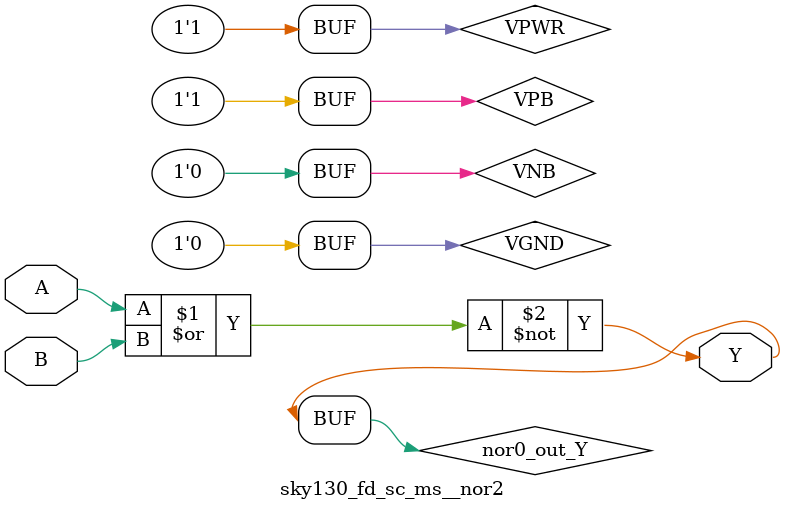
<source format=v>
/*
 * Copyright 2020 The SkyWater PDK Authors
 *
 * Licensed under the Apache License, Version 2.0 (the "License");
 * you may not use this file except in compliance with the License.
 * You may obtain a copy of the License at
 *
 *     https://www.apache.org/licenses/LICENSE-2.0
 *
 * Unless required by applicable law or agreed to in writing, software
 * distributed under the License is distributed on an "AS IS" BASIS,
 * WITHOUT WARRANTIES OR CONDITIONS OF ANY KIND, either express or implied.
 * See the License for the specific language governing permissions and
 * limitations under the License.
 *
 * SPDX-License-Identifier: Apache-2.0
*/


`ifndef SKY130_FD_SC_MS__NOR2_TIMING_V
`define SKY130_FD_SC_MS__NOR2_TIMING_V

/**
 * nor2: 2-input NOR.
 *
 * Verilog simulation timing model.
 */

`timescale 1ns / 1ps
`default_nettype none

`celldefine
module sky130_fd_sc_ms__nor2 (
    Y,
    A,
    B
);

    // Module ports
    output Y;
    input  A;
    input  B;

    // Module supplies
    supply1 VPWR;
    supply0 VGND;
    supply1 VPB ;
    supply0 VNB ;

    // Local signals
    wire nor0_out_Y;

    //  Name  Output      Other arguments
    nor nor0 (nor0_out_Y, A, B           );
    buf buf0 (Y         , nor0_out_Y     );

endmodule
`endcelldefine

`default_nettype wire
`endif  // SKY130_FD_SC_MS__NOR2_TIMING_V

</source>
